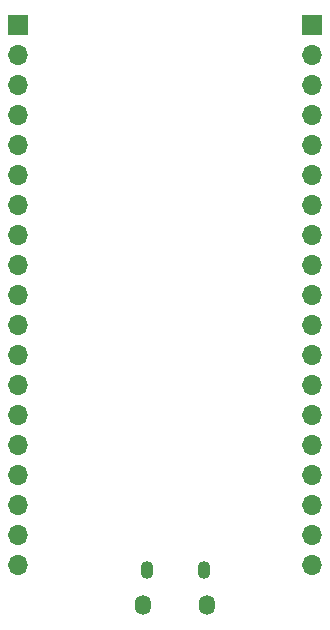
<source format=gbs>
%TF.GenerationSoftware,KiCad,Pcbnew,(5.1.10)-1*%
%TF.CreationDate,2021-10-10T21:05:51-06:00*%
%TF.ProjectId,ESP32_Boardv2.0,45535033-325f-4426-9f61-726476322e30,rev?*%
%TF.SameCoordinates,Original*%
%TF.FileFunction,Soldermask,Bot*%
%TF.FilePolarity,Negative*%
%FSLAX46Y46*%
G04 Gerber Fmt 4.6, Leading zero omitted, Abs format (unit mm)*
G04 Created by KiCad (PCBNEW (5.1.10)-1) date 2021-10-10 21:05:51*
%MOMM*%
%LPD*%
G01*
G04 APERTURE LIST*
%ADD10O,1.700000X1.700000*%
%ADD11R,1.700000X1.700000*%
%ADD12O,1.100000X1.500000*%
%ADD13O,1.350000X1.700000*%
G04 APERTURE END LIST*
D10*
%TO.C,J2*%
X104267000Y-74295000D03*
X104267000Y-71755000D03*
X104267000Y-69215000D03*
X104267000Y-66675000D03*
X104267000Y-64135000D03*
X104267000Y-61595000D03*
X104267000Y-59055000D03*
X104267000Y-56515000D03*
X104267000Y-53975000D03*
X104267000Y-51435000D03*
X104267000Y-48895000D03*
X104267000Y-46355000D03*
X104267000Y-43815000D03*
X104267000Y-41275000D03*
X104267000Y-38735000D03*
X104267000Y-36195000D03*
X104267000Y-33655000D03*
X104267000Y-31115000D03*
D11*
X104267000Y-28575000D03*
%TD*%
D12*
%TO.C,J1*%
X115157000Y-74696000D03*
X119997000Y-74696000D03*
D13*
X114847000Y-77696000D03*
X120307000Y-77696000D03*
%TD*%
D10*
%TO.C,J3*%
X129159000Y-74295000D03*
X129159000Y-71755000D03*
X129159000Y-69215000D03*
X129159000Y-66675000D03*
X129159000Y-64135000D03*
X129159000Y-61595000D03*
X129159000Y-59055000D03*
X129159000Y-56515000D03*
X129159000Y-53975000D03*
X129159000Y-51435000D03*
X129159000Y-48895000D03*
X129159000Y-46355000D03*
X129159000Y-43815000D03*
X129159000Y-41275000D03*
X129159000Y-38735000D03*
X129159000Y-36195000D03*
X129159000Y-33655000D03*
X129159000Y-31115000D03*
D11*
X129159000Y-28575000D03*
%TD*%
M02*

</source>
